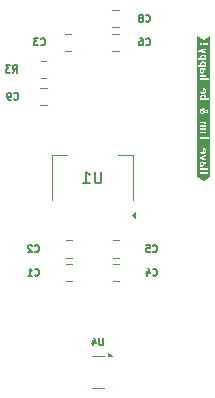
<source format=gbr>
%TF.GenerationSoftware,KiCad,Pcbnew,8.0.4*%
%TF.CreationDate,2024-09-01T23:06:17-05:00*%
%TF.ProjectId,Quick Hack,51756963-6b20-4486-9163-6b2e6b696361,rev?*%
%TF.SameCoordinates,Original*%
%TF.FileFunction,Legend,Bot*%
%TF.FilePolarity,Positive*%
%FSLAX46Y46*%
G04 Gerber Fmt 4.6, Leading zero omitted, Abs format (unit mm)*
G04 Created by KiCad (PCBNEW 8.0.4) date 2024-09-01 23:06:17*
%MOMM*%
%LPD*%
G01*
G04 APERTURE LIST*
%ADD10C,0.150000*%
%ADD11C,0.120000*%
%ADD12C,0.000000*%
G04 APERTURE END LIST*
D10*
X126899999Y-75912628D02*
X126928571Y-75941200D01*
X126928571Y-75941200D02*
X127014285Y-75969771D01*
X127014285Y-75969771D02*
X127071428Y-75969771D01*
X127071428Y-75969771D02*
X127157142Y-75941200D01*
X127157142Y-75941200D02*
X127214285Y-75884057D01*
X127214285Y-75884057D02*
X127242856Y-75826914D01*
X127242856Y-75826914D02*
X127271428Y-75712628D01*
X127271428Y-75712628D02*
X127271428Y-75626914D01*
X127271428Y-75626914D02*
X127242856Y-75512628D01*
X127242856Y-75512628D02*
X127214285Y-75455485D01*
X127214285Y-75455485D02*
X127157142Y-75398342D01*
X127157142Y-75398342D02*
X127071428Y-75369771D01*
X127071428Y-75369771D02*
X127014285Y-75369771D01*
X127014285Y-75369771D02*
X126928571Y-75398342D01*
X126928571Y-75398342D02*
X126899999Y-75426914D01*
X126671428Y-75426914D02*
X126642856Y-75398342D01*
X126642856Y-75398342D02*
X126585714Y-75369771D01*
X126585714Y-75369771D02*
X126442856Y-75369771D01*
X126442856Y-75369771D02*
X126385714Y-75398342D01*
X126385714Y-75398342D02*
X126357142Y-75426914D01*
X126357142Y-75426914D02*
X126328571Y-75484057D01*
X126328571Y-75484057D02*
X126328571Y-75541200D01*
X126328571Y-75541200D02*
X126357142Y-75626914D01*
X126357142Y-75626914D02*
X126699999Y-75969771D01*
X126699999Y-75969771D02*
X126328571Y-75969771D01*
X132707142Y-83229771D02*
X132707142Y-83715485D01*
X132707142Y-83715485D02*
X132678571Y-83772628D01*
X132678571Y-83772628D02*
X132650000Y-83801200D01*
X132650000Y-83801200D02*
X132592857Y-83829771D01*
X132592857Y-83829771D02*
X132478571Y-83829771D01*
X132478571Y-83829771D02*
X132421428Y-83801200D01*
X132421428Y-83801200D02*
X132392857Y-83772628D01*
X132392857Y-83772628D02*
X132364285Y-83715485D01*
X132364285Y-83715485D02*
X132364285Y-83229771D01*
X131821429Y-83429771D02*
X131821429Y-83829771D01*
X131964286Y-83201200D02*
X132107143Y-83629771D01*
X132107143Y-83629771D02*
X131735714Y-83629771D01*
X136899999Y-77912628D02*
X136928571Y-77941200D01*
X136928571Y-77941200D02*
X137014285Y-77969771D01*
X137014285Y-77969771D02*
X137071428Y-77969771D01*
X137071428Y-77969771D02*
X137157142Y-77941200D01*
X137157142Y-77941200D02*
X137214285Y-77884057D01*
X137214285Y-77884057D02*
X137242856Y-77826914D01*
X137242856Y-77826914D02*
X137271428Y-77712628D01*
X137271428Y-77712628D02*
X137271428Y-77626914D01*
X137271428Y-77626914D02*
X137242856Y-77512628D01*
X137242856Y-77512628D02*
X137214285Y-77455485D01*
X137214285Y-77455485D02*
X137157142Y-77398342D01*
X137157142Y-77398342D02*
X137071428Y-77369771D01*
X137071428Y-77369771D02*
X137014285Y-77369771D01*
X137014285Y-77369771D02*
X136928571Y-77398342D01*
X136928571Y-77398342D02*
X136899999Y-77426914D01*
X136385714Y-77569771D02*
X136385714Y-77969771D01*
X136528571Y-77341200D02*
X136671428Y-77769771D01*
X136671428Y-77769771D02*
X136299999Y-77769771D01*
X126899999Y-77912628D02*
X126928571Y-77941200D01*
X126928571Y-77941200D02*
X127014285Y-77969771D01*
X127014285Y-77969771D02*
X127071428Y-77969771D01*
X127071428Y-77969771D02*
X127157142Y-77941200D01*
X127157142Y-77941200D02*
X127214285Y-77884057D01*
X127214285Y-77884057D02*
X127242856Y-77826914D01*
X127242856Y-77826914D02*
X127271428Y-77712628D01*
X127271428Y-77712628D02*
X127271428Y-77626914D01*
X127271428Y-77626914D02*
X127242856Y-77512628D01*
X127242856Y-77512628D02*
X127214285Y-77455485D01*
X127214285Y-77455485D02*
X127157142Y-77398342D01*
X127157142Y-77398342D02*
X127071428Y-77369771D01*
X127071428Y-77369771D02*
X127014285Y-77369771D01*
X127014285Y-77369771D02*
X126928571Y-77398342D01*
X126928571Y-77398342D02*
X126899999Y-77426914D01*
X126328571Y-77969771D02*
X126671428Y-77969771D01*
X126499999Y-77969771D02*
X126499999Y-77369771D01*
X126499999Y-77369771D02*
X126557142Y-77455485D01*
X126557142Y-77455485D02*
X126614285Y-77512628D01*
X126614285Y-77512628D02*
X126671428Y-77541200D01*
X136299999Y-58412628D02*
X136328571Y-58441200D01*
X136328571Y-58441200D02*
X136414285Y-58469771D01*
X136414285Y-58469771D02*
X136471428Y-58469771D01*
X136471428Y-58469771D02*
X136557142Y-58441200D01*
X136557142Y-58441200D02*
X136614285Y-58384057D01*
X136614285Y-58384057D02*
X136642856Y-58326914D01*
X136642856Y-58326914D02*
X136671428Y-58212628D01*
X136671428Y-58212628D02*
X136671428Y-58126914D01*
X136671428Y-58126914D02*
X136642856Y-58012628D01*
X136642856Y-58012628D02*
X136614285Y-57955485D01*
X136614285Y-57955485D02*
X136557142Y-57898342D01*
X136557142Y-57898342D02*
X136471428Y-57869771D01*
X136471428Y-57869771D02*
X136414285Y-57869771D01*
X136414285Y-57869771D02*
X136328571Y-57898342D01*
X136328571Y-57898342D02*
X136299999Y-57926914D01*
X135785714Y-57869771D02*
X135899999Y-57869771D01*
X135899999Y-57869771D02*
X135957142Y-57898342D01*
X135957142Y-57898342D02*
X135985714Y-57926914D01*
X135985714Y-57926914D02*
X136042856Y-58012628D01*
X136042856Y-58012628D02*
X136071428Y-58126914D01*
X136071428Y-58126914D02*
X136071428Y-58355485D01*
X136071428Y-58355485D02*
X136042856Y-58412628D01*
X136042856Y-58412628D02*
X136014285Y-58441200D01*
X136014285Y-58441200D02*
X135957142Y-58469771D01*
X135957142Y-58469771D02*
X135842856Y-58469771D01*
X135842856Y-58469771D02*
X135785714Y-58441200D01*
X135785714Y-58441200D02*
X135757142Y-58412628D01*
X135757142Y-58412628D02*
X135728571Y-58355485D01*
X135728571Y-58355485D02*
X135728571Y-58212628D01*
X135728571Y-58212628D02*
X135757142Y-58155485D01*
X135757142Y-58155485D02*
X135785714Y-58126914D01*
X135785714Y-58126914D02*
X135842856Y-58098342D01*
X135842856Y-58098342D02*
X135957142Y-58098342D01*
X135957142Y-58098342D02*
X136014285Y-58126914D01*
X136014285Y-58126914D02*
X136042856Y-58155485D01*
X136042856Y-58155485D02*
X136071428Y-58212628D01*
X125049999Y-60769771D02*
X125249999Y-60484057D01*
X125392856Y-60769771D02*
X125392856Y-60169771D01*
X125392856Y-60169771D02*
X125164285Y-60169771D01*
X125164285Y-60169771D02*
X125107142Y-60198342D01*
X125107142Y-60198342D02*
X125078571Y-60226914D01*
X125078571Y-60226914D02*
X125049999Y-60284057D01*
X125049999Y-60284057D02*
X125049999Y-60369771D01*
X125049999Y-60369771D02*
X125078571Y-60426914D01*
X125078571Y-60426914D02*
X125107142Y-60455485D01*
X125107142Y-60455485D02*
X125164285Y-60484057D01*
X125164285Y-60484057D02*
X125392856Y-60484057D01*
X124849999Y-60169771D02*
X124478571Y-60169771D01*
X124478571Y-60169771D02*
X124678571Y-60398342D01*
X124678571Y-60398342D02*
X124592856Y-60398342D01*
X124592856Y-60398342D02*
X124535714Y-60426914D01*
X124535714Y-60426914D02*
X124507142Y-60455485D01*
X124507142Y-60455485D02*
X124478571Y-60512628D01*
X124478571Y-60512628D02*
X124478571Y-60655485D01*
X124478571Y-60655485D02*
X124507142Y-60712628D01*
X124507142Y-60712628D02*
X124535714Y-60741200D01*
X124535714Y-60741200D02*
X124592856Y-60769771D01*
X124592856Y-60769771D02*
X124764285Y-60769771D01*
X124764285Y-60769771D02*
X124821428Y-60741200D01*
X124821428Y-60741200D02*
X124849999Y-60712628D01*
X125149999Y-63012628D02*
X125178571Y-63041200D01*
X125178571Y-63041200D02*
X125264285Y-63069771D01*
X125264285Y-63069771D02*
X125321428Y-63069771D01*
X125321428Y-63069771D02*
X125407142Y-63041200D01*
X125407142Y-63041200D02*
X125464285Y-62984057D01*
X125464285Y-62984057D02*
X125492856Y-62926914D01*
X125492856Y-62926914D02*
X125521428Y-62812628D01*
X125521428Y-62812628D02*
X125521428Y-62726914D01*
X125521428Y-62726914D02*
X125492856Y-62612628D01*
X125492856Y-62612628D02*
X125464285Y-62555485D01*
X125464285Y-62555485D02*
X125407142Y-62498342D01*
X125407142Y-62498342D02*
X125321428Y-62469771D01*
X125321428Y-62469771D02*
X125264285Y-62469771D01*
X125264285Y-62469771D02*
X125178571Y-62498342D01*
X125178571Y-62498342D02*
X125149999Y-62526914D01*
X124864285Y-63069771D02*
X124749999Y-63069771D01*
X124749999Y-63069771D02*
X124692856Y-63041200D01*
X124692856Y-63041200D02*
X124664285Y-63012628D01*
X124664285Y-63012628D02*
X124607142Y-62926914D01*
X124607142Y-62926914D02*
X124578571Y-62812628D01*
X124578571Y-62812628D02*
X124578571Y-62584057D01*
X124578571Y-62584057D02*
X124607142Y-62526914D01*
X124607142Y-62526914D02*
X124635714Y-62498342D01*
X124635714Y-62498342D02*
X124692856Y-62469771D01*
X124692856Y-62469771D02*
X124807142Y-62469771D01*
X124807142Y-62469771D02*
X124864285Y-62498342D01*
X124864285Y-62498342D02*
X124892856Y-62526914D01*
X124892856Y-62526914D02*
X124921428Y-62584057D01*
X124921428Y-62584057D02*
X124921428Y-62726914D01*
X124921428Y-62726914D02*
X124892856Y-62784057D01*
X124892856Y-62784057D02*
X124864285Y-62812628D01*
X124864285Y-62812628D02*
X124807142Y-62841200D01*
X124807142Y-62841200D02*
X124692856Y-62841200D01*
X124692856Y-62841200D02*
X124635714Y-62812628D01*
X124635714Y-62812628D02*
X124607142Y-62784057D01*
X124607142Y-62784057D02*
X124578571Y-62726914D01*
X127399999Y-58412628D02*
X127428571Y-58441200D01*
X127428571Y-58441200D02*
X127514285Y-58469771D01*
X127514285Y-58469771D02*
X127571428Y-58469771D01*
X127571428Y-58469771D02*
X127657142Y-58441200D01*
X127657142Y-58441200D02*
X127714285Y-58384057D01*
X127714285Y-58384057D02*
X127742856Y-58326914D01*
X127742856Y-58326914D02*
X127771428Y-58212628D01*
X127771428Y-58212628D02*
X127771428Y-58126914D01*
X127771428Y-58126914D02*
X127742856Y-58012628D01*
X127742856Y-58012628D02*
X127714285Y-57955485D01*
X127714285Y-57955485D02*
X127657142Y-57898342D01*
X127657142Y-57898342D02*
X127571428Y-57869771D01*
X127571428Y-57869771D02*
X127514285Y-57869771D01*
X127514285Y-57869771D02*
X127428571Y-57898342D01*
X127428571Y-57898342D02*
X127399999Y-57926914D01*
X127199999Y-57869771D02*
X126828571Y-57869771D01*
X126828571Y-57869771D02*
X127028571Y-58098342D01*
X127028571Y-58098342D02*
X126942856Y-58098342D01*
X126942856Y-58098342D02*
X126885714Y-58126914D01*
X126885714Y-58126914D02*
X126857142Y-58155485D01*
X126857142Y-58155485D02*
X126828571Y-58212628D01*
X126828571Y-58212628D02*
X126828571Y-58355485D01*
X126828571Y-58355485D02*
X126857142Y-58412628D01*
X126857142Y-58412628D02*
X126885714Y-58441200D01*
X126885714Y-58441200D02*
X126942856Y-58469771D01*
X126942856Y-58469771D02*
X127114285Y-58469771D01*
X127114285Y-58469771D02*
X127171428Y-58441200D01*
X127171428Y-58441200D02*
X127199999Y-58412628D01*
X136899999Y-75912628D02*
X136928571Y-75941200D01*
X136928571Y-75941200D02*
X137014285Y-75969771D01*
X137014285Y-75969771D02*
X137071428Y-75969771D01*
X137071428Y-75969771D02*
X137157142Y-75941200D01*
X137157142Y-75941200D02*
X137214285Y-75884057D01*
X137214285Y-75884057D02*
X137242856Y-75826914D01*
X137242856Y-75826914D02*
X137271428Y-75712628D01*
X137271428Y-75712628D02*
X137271428Y-75626914D01*
X137271428Y-75626914D02*
X137242856Y-75512628D01*
X137242856Y-75512628D02*
X137214285Y-75455485D01*
X137214285Y-75455485D02*
X137157142Y-75398342D01*
X137157142Y-75398342D02*
X137071428Y-75369771D01*
X137071428Y-75369771D02*
X137014285Y-75369771D01*
X137014285Y-75369771D02*
X136928571Y-75398342D01*
X136928571Y-75398342D02*
X136899999Y-75426914D01*
X136357142Y-75369771D02*
X136642856Y-75369771D01*
X136642856Y-75369771D02*
X136671428Y-75655485D01*
X136671428Y-75655485D02*
X136642856Y-75626914D01*
X136642856Y-75626914D02*
X136585714Y-75598342D01*
X136585714Y-75598342D02*
X136442856Y-75598342D01*
X136442856Y-75598342D02*
X136385714Y-75626914D01*
X136385714Y-75626914D02*
X136357142Y-75655485D01*
X136357142Y-75655485D02*
X136328571Y-75712628D01*
X136328571Y-75712628D02*
X136328571Y-75855485D01*
X136328571Y-75855485D02*
X136357142Y-75912628D01*
X136357142Y-75912628D02*
X136385714Y-75941200D01*
X136385714Y-75941200D02*
X136442856Y-75969771D01*
X136442856Y-75969771D02*
X136585714Y-75969771D01*
X136585714Y-75969771D02*
X136642856Y-75941200D01*
X136642856Y-75941200D02*
X136671428Y-75912628D01*
X132561904Y-69154819D02*
X132561904Y-69964342D01*
X132561904Y-69964342D02*
X132514285Y-70059580D01*
X132514285Y-70059580D02*
X132466666Y-70107200D01*
X132466666Y-70107200D02*
X132371428Y-70154819D01*
X132371428Y-70154819D02*
X132180952Y-70154819D01*
X132180952Y-70154819D02*
X132085714Y-70107200D01*
X132085714Y-70107200D02*
X132038095Y-70059580D01*
X132038095Y-70059580D02*
X131990476Y-69964342D01*
X131990476Y-69964342D02*
X131990476Y-69154819D01*
X130990476Y-70154819D02*
X131561904Y-70154819D01*
X131276190Y-70154819D02*
X131276190Y-69154819D01*
X131276190Y-69154819D02*
X131371428Y-69297676D01*
X131371428Y-69297676D02*
X131466666Y-69392914D01*
X131466666Y-69392914D02*
X131561904Y-69440533D01*
X136299999Y-56412628D02*
X136328571Y-56441200D01*
X136328571Y-56441200D02*
X136414285Y-56469771D01*
X136414285Y-56469771D02*
X136471428Y-56469771D01*
X136471428Y-56469771D02*
X136557142Y-56441200D01*
X136557142Y-56441200D02*
X136614285Y-56384057D01*
X136614285Y-56384057D02*
X136642856Y-56326914D01*
X136642856Y-56326914D02*
X136671428Y-56212628D01*
X136671428Y-56212628D02*
X136671428Y-56126914D01*
X136671428Y-56126914D02*
X136642856Y-56012628D01*
X136642856Y-56012628D02*
X136614285Y-55955485D01*
X136614285Y-55955485D02*
X136557142Y-55898342D01*
X136557142Y-55898342D02*
X136471428Y-55869771D01*
X136471428Y-55869771D02*
X136414285Y-55869771D01*
X136414285Y-55869771D02*
X136328571Y-55898342D01*
X136328571Y-55898342D02*
X136299999Y-55926914D01*
X135957142Y-56126914D02*
X136014285Y-56098342D01*
X136014285Y-56098342D02*
X136042856Y-56069771D01*
X136042856Y-56069771D02*
X136071428Y-56012628D01*
X136071428Y-56012628D02*
X136071428Y-55984057D01*
X136071428Y-55984057D02*
X136042856Y-55926914D01*
X136042856Y-55926914D02*
X136014285Y-55898342D01*
X136014285Y-55898342D02*
X135957142Y-55869771D01*
X135957142Y-55869771D02*
X135842856Y-55869771D01*
X135842856Y-55869771D02*
X135785714Y-55898342D01*
X135785714Y-55898342D02*
X135757142Y-55926914D01*
X135757142Y-55926914D02*
X135728571Y-55984057D01*
X135728571Y-55984057D02*
X135728571Y-56012628D01*
X135728571Y-56012628D02*
X135757142Y-56069771D01*
X135757142Y-56069771D02*
X135785714Y-56098342D01*
X135785714Y-56098342D02*
X135842856Y-56126914D01*
X135842856Y-56126914D02*
X135957142Y-56126914D01*
X135957142Y-56126914D02*
X136014285Y-56155485D01*
X136014285Y-56155485D02*
X136042856Y-56184057D01*
X136042856Y-56184057D02*
X136071428Y-56241200D01*
X136071428Y-56241200D02*
X136071428Y-56355485D01*
X136071428Y-56355485D02*
X136042856Y-56412628D01*
X136042856Y-56412628D02*
X136014285Y-56441200D01*
X136014285Y-56441200D02*
X135957142Y-56469771D01*
X135957142Y-56469771D02*
X135842856Y-56469771D01*
X135842856Y-56469771D02*
X135785714Y-56441200D01*
X135785714Y-56441200D02*
X135757142Y-56412628D01*
X135757142Y-56412628D02*
X135728571Y-56355485D01*
X135728571Y-56355485D02*
X135728571Y-56241200D01*
X135728571Y-56241200D02*
X135757142Y-56184057D01*
X135757142Y-56184057D02*
X135785714Y-56155485D01*
X135785714Y-56155485D02*
X135842856Y-56126914D01*
D11*
%TO.C,C2*%
X130061252Y-74965000D02*
X129538748Y-74965000D01*
X130061252Y-76435000D02*
X129538748Y-76435000D01*
%TO.C,U4*%
X132750000Y-84740000D02*
X131750000Y-84740000D01*
X132750000Y-87460000D02*
X131750000Y-87460000D01*
X133420000Y-84790000D02*
X133140000Y-84790000D01*
X133140000Y-84510000D01*
X133420000Y-84790000D01*
G36*
X133420000Y-84790000D02*
G01*
X133140000Y-84790000D01*
X133140000Y-84510000D01*
X133420000Y-84790000D01*
G37*
%TO.C,C4*%
X134061252Y-76965000D02*
X133538748Y-76965000D01*
X134061252Y-78435000D02*
X133538748Y-78435000D01*
%TO.C,C1*%
X130061252Y-76965000D02*
X129538748Y-76965000D01*
X130061252Y-78435000D02*
X129538748Y-78435000D01*
%TO.C,C6*%
X134011252Y-57465000D02*
X133488748Y-57465000D01*
X134011252Y-58935000D02*
X133488748Y-58935000D01*
D12*
%TO.C,kibuzzard-66C7F9C5*%
G36*
X141502504Y-64005250D02*
G01*
X141517771Y-64042003D01*
X141498546Y-64087237D01*
X141443134Y-64104200D01*
X141392811Y-64094023D01*
X141340226Y-64065751D01*
X141393942Y-64010339D01*
X141457835Y-63991115D01*
X141502504Y-64005250D01*
G37*
G36*
X141260501Y-62214540D02*
G01*
X141296123Y-62232633D01*
X141321567Y-62264297D01*
X141331179Y-62311793D01*
X141322132Y-62358724D01*
X141297254Y-62391519D01*
X141261066Y-62411874D01*
X141219225Y-62421486D01*
X141219225Y-62208885D01*
X141260501Y-62214540D01*
G37*
G36*
X141260501Y-67303393D02*
G01*
X141296123Y-67321486D01*
X141321567Y-67353150D01*
X141331179Y-67400646D01*
X141322132Y-67447577D01*
X141297254Y-67480372D01*
X141261066Y-67500727D01*
X141219225Y-67510339D01*
X141219225Y-67297738D01*
X141260501Y-67303393D01*
G37*
G36*
X141082956Y-63998465D02*
G01*
X141120840Y-64031826D01*
X141157876Y-64065468D01*
X141194346Y-64098546D01*
X141153069Y-64138691D01*
X141093700Y-64153958D01*
X141026979Y-64134168D01*
X140998708Y-64066882D01*
X141008885Y-64014863D01*
X141043942Y-63966236D01*
X141082956Y-63998465D01*
G37*
G36*
X141131583Y-60571405D02*
G01*
X141133279Y-60606462D01*
X141130452Y-60648304D01*
X141120840Y-60683926D01*
X141101616Y-60708239D01*
X141068821Y-60717286D01*
X141017367Y-60690145D01*
X141002100Y-60620032D01*
X141002666Y-60575929D01*
X141005493Y-60538611D01*
X141127625Y-60538611D01*
X141131583Y-60571405D01*
G37*
G36*
X141131583Y-68487399D02*
G01*
X141133279Y-68522456D01*
X141130452Y-68564297D01*
X141120840Y-68599919D01*
X141101616Y-68624233D01*
X141068821Y-68633279D01*
X141017367Y-68606139D01*
X141002100Y-68536026D01*
X141002666Y-68491922D01*
X141005493Y-68454604D01*
X141127625Y-68454604D01*
X141131583Y-68487399D01*
G37*
G36*
X141228695Y-59391074D02*
G01*
X141280856Y-59412278D01*
X141315206Y-59447900D01*
X141326656Y-59498223D01*
X141324960Y-59532149D01*
X141322132Y-59562682D01*
X141030372Y-59562682D01*
X141015670Y-59526494D01*
X141010016Y-59481260D01*
X141020053Y-59438005D01*
X141050162Y-59407754D01*
X141098647Y-59389943D01*
X141163813Y-59384006D01*
X141228695Y-59391074D01*
G37*
G36*
X141228695Y-59956502D02*
G01*
X141280856Y-59977706D01*
X141315206Y-60013328D01*
X141326656Y-60063651D01*
X141324960Y-60097577D01*
X141322132Y-60128110D01*
X141030372Y-60128110D01*
X141015670Y-60091922D01*
X141010016Y-60046688D01*
X141020053Y-60003433D01*
X141050162Y-59973183D01*
X141098647Y-59955372D01*
X141163813Y-59949435D01*
X141228695Y-59956502D01*
G37*
G36*
X141237601Y-62781523D02*
G01*
X141285945Y-62799758D01*
X141315630Y-62830432D01*
X141325525Y-62873829D01*
X141319305Y-62918498D01*
X141304039Y-62956381D01*
X141015670Y-62956381D01*
X141011147Y-62923021D01*
X141010016Y-62893053D01*
X141019204Y-62844426D01*
X141046769Y-62807108D01*
X141096385Y-62783360D01*
X141171729Y-62775444D01*
X141237601Y-62781523D01*
G37*
G36*
X141781637Y-58029995D02*
G01*
X141781637Y-58265590D01*
X141781637Y-69334410D01*
X141781637Y-69570005D01*
X141200000Y-69957763D01*
X140618363Y-69570005D01*
X140618363Y-69334410D01*
X140618363Y-69009855D01*
X140902585Y-69009855D01*
X141211309Y-69009855D01*
X141211309Y-69195315D01*
X140902585Y-69195315D01*
X140902585Y-69334410D01*
X141602585Y-69334410D01*
X141602585Y-69195315D01*
X141326656Y-69195315D01*
X141326656Y-69009855D01*
X141602585Y-69009855D01*
X141602585Y-68870759D01*
X140902585Y-68870759D01*
X140902585Y-69009855D01*
X140618363Y-69009855D01*
X140618363Y-68870759D01*
X140618363Y-68546204D01*
X140890145Y-68546204D01*
X140899192Y-68638368D01*
X140929160Y-68709047D01*
X140983441Y-68754281D01*
X141065428Y-68770113D01*
X141143457Y-68752019D01*
X141194346Y-68703393D01*
X141222052Y-68633279D01*
X141230533Y-68550727D01*
X141228271Y-68499556D01*
X141221486Y-68454604D01*
X141238449Y-68454604D01*
X141304604Y-68479483D01*
X141324536Y-68513409D01*
X141331179Y-68565428D01*
X141325525Y-68641761D01*
X141311955Y-68701131D01*
X141423910Y-68720355D01*
X141440307Y-68646850D01*
X141445820Y-68598506D01*
X141447658Y-68548465D01*
X141443841Y-68488389D01*
X141432391Y-68439338D01*
X141389418Y-68369790D01*
X141321567Y-68332472D01*
X141231664Y-68321163D01*
X140915024Y-68321163D01*
X140899192Y-68411632D01*
X140892407Y-68475242D01*
X140890145Y-68546204D01*
X140618363Y-68546204D01*
X140618363Y-68035057D01*
X140618363Y-67918578D01*
X140902585Y-67918578D01*
X140902585Y-68035057D01*
X140973515Y-68069171D01*
X141052109Y-68103662D01*
X141138368Y-68138530D01*
X141207527Y-68164504D01*
X141279867Y-68189842D01*
X141355387Y-68214545D01*
X141434087Y-68238611D01*
X141434087Y-68092730D01*
X141389701Y-68081563D01*
X141342488Y-68068417D01*
X141293720Y-68053857D01*
X141244669Y-68038449D01*
X141196183Y-68022476D01*
X141149111Y-68006220D01*
X141064297Y-67975121D01*
X141149111Y-67942326D01*
X141196183Y-67924374D01*
X141244669Y-67906704D01*
X141293720Y-67889459D01*
X141342488Y-67872779D01*
X141389701Y-67857936D01*
X141434087Y-67846204D01*
X141434087Y-67704847D01*
X141355387Y-67729231D01*
X141279867Y-67754887D01*
X141207527Y-67781815D01*
X141138368Y-67810016D01*
X141052109Y-67847711D01*
X140973515Y-67883899D01*
X140902585Y-67918578D01*
X140618363Y-67918578D01*
X140618363Y-67362197D01*
X140890145Y-67362197D01*
X140894527Y-67426515D01*
X140907674Y-67483764D01*
X140929443Y-67533522D01*
X140959693Y-67575363D01*
X140998284Y-67608865D01*
X141045073Y-67633603D01*
X141100202Y-67648869D01*
X141163813Y-67653958D01*
X141229685Y-67648586D01*
X141287076Y-67632472D01*
X141335844Y-67607593D01*
X141375848Y-67575929D01*
X141407088Y-67538328D01*
X141429564Y-67495638D01*
X141443134Y-67449838D01*
X141447658Y-67402908D01*
X141439930Y-67330784D01*
X141416747Y-67271226D01*
X141378110Y-67224233D01*
X141324645Y-67190307D01*
X141256983Y-67169952D01*
X141175121Y-67163166D01*
X141146850Y-67163732D01*
X141123102Y-67165428D01*
X141123102Y-67510339D01*
X141076595Y-67499596D01*
X141041115Y-67467367D01*
X141018639Y-67418174D01*
X141011147Y-67356543D01*
X141020194Y-67276817D01*
X141038288Y-67212924D01*
X140919548Y-67193700D01*
X140898627Y-67270598D01*
X140890145Y-67362197D01*
X140618363Y-67362197D01*
X140618363Y-66400969D01*
X140618363Y-66260743D01*
X140902585Y-66260743D01*
X140902585Y-66400969D01*
X141318740Y-66400969D01*
X141318740Y-66517447D01*
X141434087Y-66517447D01*
X141434087Y-66400969D01*
X141464620Y-66400969D01*
X141523566Y-66396305D01*
X141571486Y-66382310D01*
X141639338Y-66331987D01*
X141675525Y-66259612D01*
X141686268Y-66175929D01*
X141678352Y-66085460D01*
X141652342Y-66001777D01*
X141539257Y-66025525D01*
X141557916Y-66090549D01*
X141567528Y-66164620D01*
X141564136Y-66201373D01*
X141549435Y-66231906D01*
X141517205Y-66252827D01*
X141462359Y-66260743D01*
X141434087Y-66260743D01*
X141434087Y-66042488D01*
X141318740Y-66042488D01*
X141318740Y-66260743D01*
X140902585Y-66260743D01*
X140618363Y-66260743D01*
X140618363Y-65710016D01*
X140890145Y-65710016D01*
X140894669Y-65769669D01*
X140908239Y-65817447D01*
X140959693Y-65883603D01*
X141038288Y-65916963D01*
X141085784Y-65923748D01*
X141137803Y-65926010D01*
X141434087Y-65926010D01*
X141434087Y-65786914D01*
X141155897Y-65786914D01*
X141091862Y-65782532D01*
X141046769Y-65769386D01*
X141011147Y-65700969D01*
X141016801Y-65637641D01*
X141434087Y-65637641D01*
X141434087Y-65497415D01*
X140920679Y-65497415D01*
X140910501Y-65539964D01*
X140900323Y-65590711D01*
X140892690Y-65647960D01*
X140890145Y-65710016D01*
X140618363Y-65710016D01*
X140618363Y-65067690D01*
X140902585Y-65067690D01*
X141184168Y-65067690D01*
X141248344Y-65071931D01*
X141291599Y-65084653D01*
X141324394Y-65153635D01*
X141323263Y-65184733D01*
X141319871Y-65216963D01*
X140902585Y-65216963D01*
X140902585Y-65356058D01*
X141417124Y-65356058D01*
X141427019Y-65314358D01*
X141436349Y-65263893D01*
X141443134Y-65206644D01*
X141445396Y-65144588D01*
X141441014Y-65086632D01*
X141427868Y-65039418D01*
X141378110Y-64973263D01*
X141301212Y-64938772D01*
X141254140Y-64931139D01*
X141202262Y-64928595D01*
X140902585Y-64928595D01*
X140902585Y-65067690D01*
X140618363Y-65067690D01*
X140618363Y-64928595D01*
X140618363Y-64070275D01*
X140893538Y-64070275D01*
X140909370Y-64159047D01*
X140951777Y-64222375D01*
X141013409Y-64260258D01*
X141086914Y-64272698D01*
X141139923Y-64265771D01*
X141190388Y-64244992D01*
X141235763Y-64210359D01*
X141273506Y-64161874D01*
X141351535Y-64206543D01*
X141436349Y-64224071D01*
X141516074Y-64208239D01*
X141573183Y-64166397D01*
X141607108Y-64108158D01*
X141618417Y-64042003D01*
X141608239Y-63979806D01*
X141578271Y-63925525D01*
X141528514Y-63887076D01*
X141458966Y-63872375D01*
X141405392Y-63880574D01*
X141353231Y-63905170D01*
X141305594Y-63947294D01*
X141265590Y-64008078D01*
X141210178Y-63960582D01*
X141152504Y-63909693D01*
X141215549Y-63897536D01*
X141289338Y-63892730D01*
X141274637Y-63777383D01*
X141213570Y-63782048D01*
X141157027Y-63793780D01*
X141105291Y-63811167D01*
X141058643Y-63832795D01*
X140981745Y-63784168D01*
X140902585Y-63751373D01*
X140902585Y-63883683D01*
X140962520Y-63910824D01*
X140932694Y-63949838D01*
X140911066Y-63989984D01*
X140893538Y-64070275D01*
X140618363Y-64070275D01*
X140618363Y-62889661D01*
X140890145Y-62889661D01*
X140892124Y-62944507D01*
X140898061Y-63000485D01*
X140907108Y-63052504D01*
X140918417Y-63095477D01*
X141663651Y-63095477D01*
X141687399Y-62956381D01*
X141421648Y-62956381D01*
X141440307Y-62899838D01*
X141445396Y-62845557D01*
X141440448Y-62796648D01*
X141425606Y-62753958D01*
X141369063Y-62687803D01*
X141328776Y-62664479D01*
X141281422Y-62647658D01*
X141227706Y-62637480D01*
X141168336Y-62634087D01*
X141107977Y-62638328D01*
X141053554Y-62651050D01*
X141005917Y-62671971D01*
X140965913Y-62700808D01*
X140933825Y-62737278D01*
X140909935Y-62781099D01*
X140895093Y-62831987D01*
X140890145Y-62889661D01*
X140618363Y-62889661D01*
X140618363Y-62273344D01*
X140890145Y-62273344D01*
X140894527Y-62337662D01*
X140907674Y-62394911D01*
X140929443Y-62444669D01*
X140959693Y-62486511D01*
X140998284Y-62520012D01*
X141045073Y-62544750D01*
X141100202Y-62560016D01*
X141163813Y-62565105D01*
X141229685Y-62559733D01*
X141287076Y-62543619D01*
X141335844Y-62518740D01*
X141375848Y-62487076D01*
X141407088Y-62449475D01*
X141429564Y-62406785D01*
X141443134Y-62360985D01*
X141447658Y-62314055D01*
X141439930Y-62241931D01*
X141416747Y-62182373D01*
X141378110Y-62135380D01*
X141324645Y-62101454D01*
X141256983Y-62081099D01*
X141175121Y-62074313D01*
X141146850Y-62074879D01*
X141123102Y-62076575D01*
X141123102Y-62421486D01*
X141076595Y-62410743D01*
X141041115Y-62378514D01*
X141018639Y-62329321D01*
X141011147Y-62267690D01*
X141020194Y-62187964D01*
X141038288Y-62124071D01*
X140919548Y-62104847D01*
X140898627Y-62181745D01*
X140890145Y-62273344D01*
X140618363Y-62273344D01*
X140618363Y-61398061D01*
X140618363Y-60970598D01*
X140902585Y-60970598D01*
X140902585Y-61109693D01*
X141184168Y-61109693D01*
X141248344Y-61113934D01*
X141291599Y-61126656D01*
X141324394Y-61191115D01*
X141319871Y-61228998D01*
X141311955Y-61258966D01*
X140902585Y-61258966D01*
X140902585Y-61398061D01*
X141663651Y-61398061D01*
X141687399Y-61258966D01*
X141429564Y-61258966D01*
X141440307Y-61218255D01*
X141445396Y-61176414D01*
X141441014Y-61122415D01*
X141427868Y-61078029D01*
X141378110Y-61014701D01*
X141301212Y-60980775D01*
X141254140Y-60973142D01*
X141202262Y-60970598D01*
X140902585Y-60970598D01*
X140618363Y-60970598D01*
X140618363Y-60630210D01*
X140890145Y-60630210D01*
X140899192Y-60722375D01*
X140929160Y-60793053D01*
X140983441Y-60838288D01*
X141065428Y-60854120D01*
X141143457Y-60836026D01*
X141194346Y-60787399D01*
X141222052Y-60717286D01*
X141230533Y-60634733D01*
X141228271Y-60583562D01*
X141221486Y-60538611D01*
X141238449Y-60538611D01*
X141304604Y-60563489D01*
X141324536Y-60597415D01*
X141331179Y-60649435D01*
X141325525Y-60725767D01*
X141311955Y-60785137D01*
X141423910Y-60804362D01*
X141440307Y-60730856D01*
X141445820Y-60682512D01*
X141447658Y-60632472D01*
X141443841Y-60572395D01*
X141432391Y-60523344D01*
X141389418Y-60453796D01*
X141321567Y-60416478D01*
X141231664Y-60405170D01*
X140915024Y-60405170D01*
X140899192Y-60495638D01*
X140892407Y-60559249D01*
X140890145Y-60630210D01*
X140618363Y-60630210D01*
X140618363Y-60267205D01*
X140715994Y-60267205D01*
X141417124Y-60267205D01*
X141428433Y-60224374D01*
X141437480Y-60172779D01*
X141443417Y-60117225D01*
X141445396Y-60062520D01*
X141437103Y-59986753D01*
X141412224Y-59923802D01*
X141370759Y-59873667D01*
X141315096Y-59837229D01*
X141247622Y-59815365D01*
X141168336Y-59808078D01*
X141109673Y-59811470D01*
X141055816Y-59821648D01*
X141008037Y-59838328D01*
X140967609Y-59861228D01*
X140910501Y-59926817D01*
X140895234Y-59969507D01*
X140890145Y-60018417D01*
X140896648Y-60072415D01*
X140916155Y-60128110D01*
X140715994Y-60128110D01*
X140715994Y-60267205D01*
X140618363Y-60267205D01*
X140618363Y-60128110D01*
X140618363Y-59701777D01*
X140715994Y-59701777D01*
X141417124Y-59701777D01*
X141428433Y-59658946D01*
X141437480Y-59607351D01*
X141443417Y-59551797D01*
X141445396Y-59497092D01*
X141437103Y-59421325D01*
X141412224Y-59358374D01*
X141370759Y-59308239D01*
X141315096Y-59271800D01*
X141247622Y-59249937D01*
X141168336Y-59242649D01*
X141109673Y-59246042D01*
X141055816Y-59256220D01*
X141008037Y-59272900D01*
X140967609Y-59295800D01*
X140910501Y-59361389D01*
X140895234Y-59404079D01*
X140890145Y-59452989D01*
X140896648Y-59506987D01*
X140916155Y-59562682D01*
X140715994Y-59562682D01*
X140715994Y-59701777D01*
X140618363Y-59701777D01*
X140618363Y-59562682D01*
X140618363Y-59073021D01*
X140712601Y-59073021D01*
X140718255Y-59136914D01*
X140732956Y-59184976D01*
X140849435Y-59158966D01*
X140835299Y-59118821D01*
X140831341Y-59080937D01*
X140858481Y-59015347D01*
X140922940Y-58975767D01*
X140992488Y-59008939D01*
X141068444Y-59042111D01*
X141150808Y-59075283D01*
X141216645Y-59099596D01*
X141285804Y-59122779D01*
X141358285Y-59144830D01*
X141434087Y-59165751D01*
X141434087Y-59021002D01*
X141344750Y-58997819D01*
X141297254Y-58984390D01*
X141249758Y-58970113D01*
X141202686Y-58954988D01*
X141156462Y-58939015D01*
X141071082Y-58905654D01*
X141156462Y-58881906D01*
X141202544Y-58869750D01*
X141249192Y-58858158D01*
X141296264Y-58846991D01*
X141343619Y-58836107D01*
X141434087Y-58816317D01*
X141434087Y-58673829D01*
X141360158Y-58694891D01*
X141287641Y-58715105D01*
X141216680Y-58735319D01*
X141147415Y-58756381D01*
X141079705Y-58778574D01*
X141013409Y-58802181D01*
X140948667Y-58827484D01*
X140885622Y-58854766D01*
X140807593Y-58897173D01*
X140753877Y-58943538D01*
X140722779Y-59000081D01*
X140712601Y-59073021D01*
X140618363Y-59073021D01*
X140618363Y-58359451D01*
X140889015Y-58359451D01*
X140913893Y-58424475D01*
X140982876Y-58453312D01*
X141050727Y-58424475D01*
X141053972Y-58415994D01*
X141157027Y-58415994D01*
X141223183Y-58425606D01*
X141282553Y-58432956D01*
X141344184Y-58438045D01*
X141417124Y-58439742D01*
X141602585Y-58439742D01*
X141602585Y-58279160D01*
X141417124Y-58279160D01*
X141344184Y-58280856D01*
X141281987Y-58285380D01*
X141222617Y-58292165D01*
X141157027Y-58300646D01*
X141157027Y-58415994D01*
X141053972Y-58415994D01*
X141075606Y-58359451D01*
X141053107Y-58300646D01*
X141050727Y-58294426D01*
X140982876Y-58265590D01*
X140913893Y-58294426D01*
X140889015Y-58359451D01*
X140618363Y-58359451D01*
X140618363Y-58265590D01*
X140618363Y-58029995D01*
X140618363Y-57642237D01*
X141200000Y-58029995D01*
X141781637Y-57642237D01*
X141781637Y-58029995D01*
G37*
D11*
%TO.C,R3*%
X127422936Y-59765000D02*
X127877064Y-59765000D01*
X127422936Y-61235000D02*
X127877064Y-61235000D01*
%TO.C,C9*%
X127388748Y-62065000D02*
X127911252Y-62065000D01*
X127388748Y-63535000D02*
X127911252Y-63535000D01*
%TO.C,C3*%
X130011252Y-57465000D02*
X129488748Y-57465000D01*
X130011252Y-58935000D02*
X129488748Y-58935000D01*
%TO.C,C5*%
X134061252Y-74965000D02*
X133538748Y-74965000D01*
X134061252Y-76435000D02*
X133538748Y-76435000D01*
%TO.C,U1*%
X128390000Y-67790000D02*
X128390000Y-71550000D01*
X129650000Y-67790000D02*
X128390000Y-67790000D01*
X133950000Y-67790000D02*
X135210000Y-67790000D01*
X135210000Y-67790000D02*
X135210000Y-71550000D01*
X135440000Y-73070000D02*
X135110000Y-72830000D01*
X135440000Y-72590000D01*
X135440000Y-73070000D01*
G36*
X135440000Y-73070000D02*
G01*
X135110000Y-72830000D01*
X135440000Y-72590000D01*
X135440000Y-73070000D01*
G37*
%TO.C,C8*%
X134011252Y-55465000D02*
X133488748Y-55465000D01*
X134011252Y-56935000D02*
X133488748Y-56935000D01*
%TD*%
M02*

</source>
